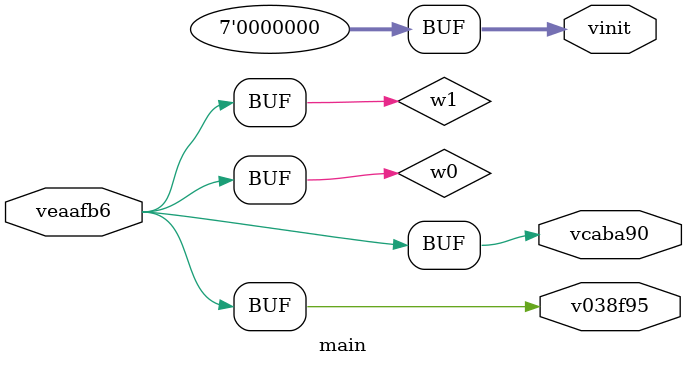
<source format=v>

`default_nettype none

module main (
 input veaafb6,
 output v038f95,
 output vcaba90,
 output [0:6] vinit
);
 wire w0;
 wire w1;
 assign w0 = veaafb6;
 assign v038f95 = w0;
 assign w1 = veaafb6;
 assign vcaba90 = w1;
 assign w1 = w0;
 assign vinit = 7'b0000000;
endmodule

/*-------------------------------------------------*/
/*--   */
/*-- - - - - - - - - - - - - - - - - - - - - - - --*/
/*-- 
/*-------------------------------------------------*/

</source>
